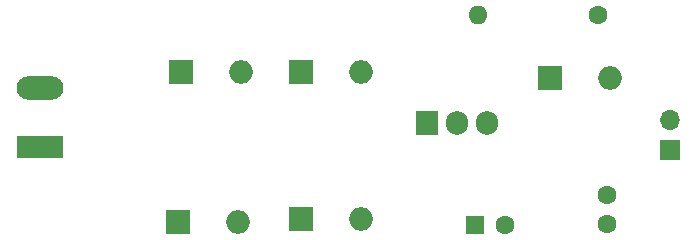
<source format=gbr>
G04 #@! TF.FileFunction,Copper,L1,Top,Signal*
%FSLAX46Y46*%
G04 Gerber Fmt 4.6, Leading zero omitted, Abs format (unit mm)*
G04 Created by KiCad (PCBNEW 4.0.7) date 04/27/20 15:33:09*
%MOMM*%
%LPD*%
G01*
G04 APERTURE LIST*
%ADD10C,0.100000*%
%ADD11R,1.600000X1.600000*%
%ADD12C,1.600000*%
%ADD13R,2.000000X2.000000*%
%ADD14O,2.000000X2.000000*%
%ADD15R,3.960000X1.980000*%
%ADD16O,3.960000X1.980000*%
%ADD17R,1.700000X1.700000*%
%ADD18O,1.700000X1.700000*%
%ADD19O,1.600000X1.600000*%
%ADD20R,1.905000X2.000000*%
%ADD21O,1.905000X2.000000*%
G04 APERTURE END LIST*
D10*
D11*
X147066000Y-102870000D03*
D12*
X149566000Y-102870000D03*
X158242000Y-100330000D03*
X158242000Y-102830000D03*
D13*
X122174000Y-89916000D03*
D14*
X127254000Y-89916000D03*
D13*
X132334000Y-89916000D03*
D14*
X137414000Y-89916000D03*
D13*
X121920000Y-102616000D03*
D14*
X127000000Y-102616000D03*
D13*
X132334000Y-102362000D03*
D14*
X137414000Y-102362000D03*
D13*
X153416000Y-90424000D03*
D14*
X158496000Y-90424000D03*
D15*
X110236000Y-96266000D03*
D16*
X110236000Y-91266000D03*
D17*
X163576000Y-96520000D03*
D18*
X163576000Y-93980000D03*
D12*
X157480000Y-85090000D03*
D19*
X147320000Y-85090000D03*
D20*
X143002000Y-94234000D03*
D21*
X145542000Y-94234000D03*
X148082000Y-94234000D03*
M02*

</source>
